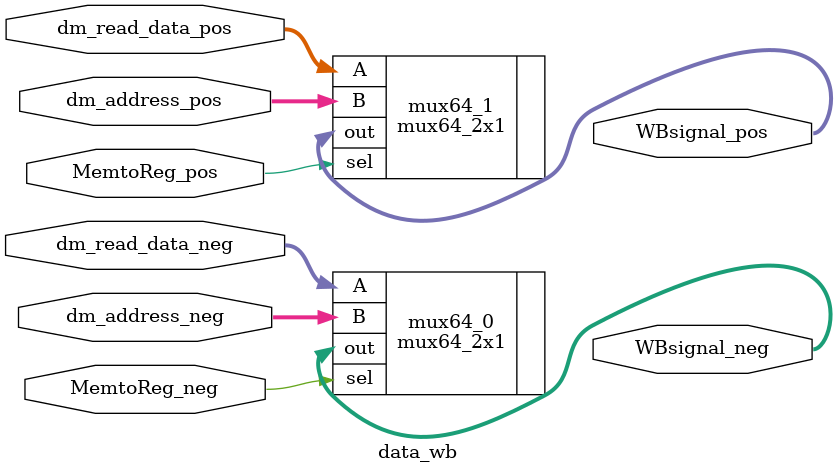
<source format=sv>
/*
 * EE469 Autumn 2022
 * Haosen Li, Peter Tran
 * 
 * This file contains the datapath for instruction fetch in a CPU.
 *
 * Inputs:
 * MemtoReg     - 1 bit, MemtoReg control signal.
 * dm_read_data - 64 bits, Data memory read data.
 * dm_address   - 64 bits, Data memory address. 
 *
 * Outputs:
 * WBsignal     - 64 bits, WBsignal control signal
 *
 */

`timescale 10ps / 1ps
module data_wb (
    input  logic MemtoReg_neg, MemtoReg_pos,
    input  logic [63:0] dm_read_data_neg, dm_address_neg, dm_read_data_pos, dm_address_pos,
    output logic [63:0] WBsignal_neg, WBsignal_pos
    );
    mux64_2x1 mux64_0(.sel(MemtoReg_neg), .A(dm_read_data_neg), .B(dm_address_neg), .out(WBsignal_neg));
	 mux64_2x1 mux64_1(.sel(MemtoReg_pos), .A(dm_read_data_pos), .B(dm_address_pos), .out(WBsignal_pos));
endmodule

</source>
